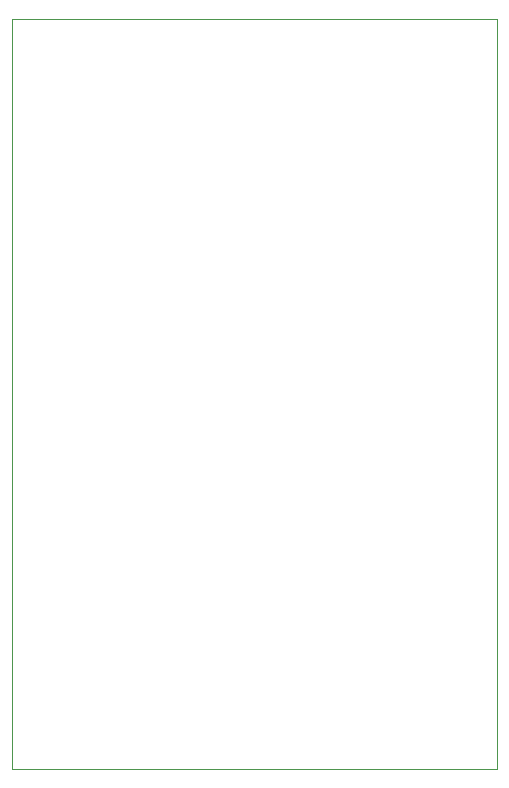
<source format=gbr>
%TF.GenerationSoftware,KiCad,Pcbnew,8.0.9*%
%TF.CreationDate,2025-02-20T23:26:22+01:00*%
%TF.ProjectId,untitled,756e7469-746c-4656-942e-6b696361645f,rev?*%
%TF.SameCoordinates,Original*%
%TF.FileFunction,Profile,NP*%
%FSLAX46Y46*%
G04 Gerber Fmt 4.6, Leading zero omitted, Abs format (unit mm)*
G04 Created by KiCad (PCBNEW 8.0.9) date 2025-02-20 23:26:22*
%MOMM*%
%LPD*%
G01*
G04 APERTURE LIST*
%TA.AperFunction,Profile*%
%ADD10C,0.050000*%
%TD*%
G04 APERTURE END LIST*
D10*
X139500000Y-48500000D02*
X180500000Y-48500000D01*
X180500000Y-112000000D01*
X139500000Y-112000000D01*
X139500000Y-48500000D01*
M02*

</source>
